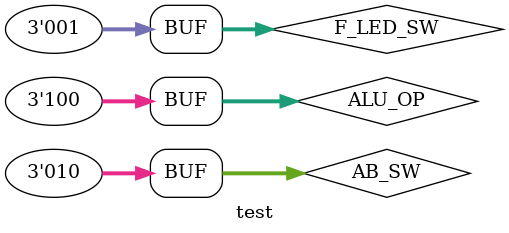
<source format=v>
`timescale 1ns / 1p


module test;

	// Inputs
	reg [2:0] ALU_OP;
	reg [2:0] AB_SW;
	reg [2:0] F_LED_SW;

	// Outputs
	wire [7:0] LED;

	// Instantiate the Unit Under Test (UUT)
	ALU_8F_EXP uut (
		.ALU_OP(ALU_OP), 
		.AB_SW(AB_SW), 
		.F_LED_SW(F_LED_SW), 
		.LED(LED)
	);

	initial begin
		// Initialize Inputs
		ALU_OP = 0;
		AB_SW = 0;
		F_LED_SW = 0;

		// Wait 100 ns for global reset to finish
		#100;
        
		// Add stimulus here
		ALU_OP=000; AB_SW=010; F_LED_SW=000;
		#100;
		
		ALU_OP=000; AB_SW=010; F_LED_SW=100;
		#100;
		
		ALU_OP=000; AB_SW=010; F_LED_SW=001;
		#100;
		
		ALU_OP=100; AB_SW=010; F_LED_SW=000;
		#100;
		
		ALU_OP=100; AB_SW=010; F_LED_SW=100;
		#100;
		
		ALU_OP=100; AB_SW=010; F_LED_SW=001;
		#100;
	end
      
endmodule


</source>
